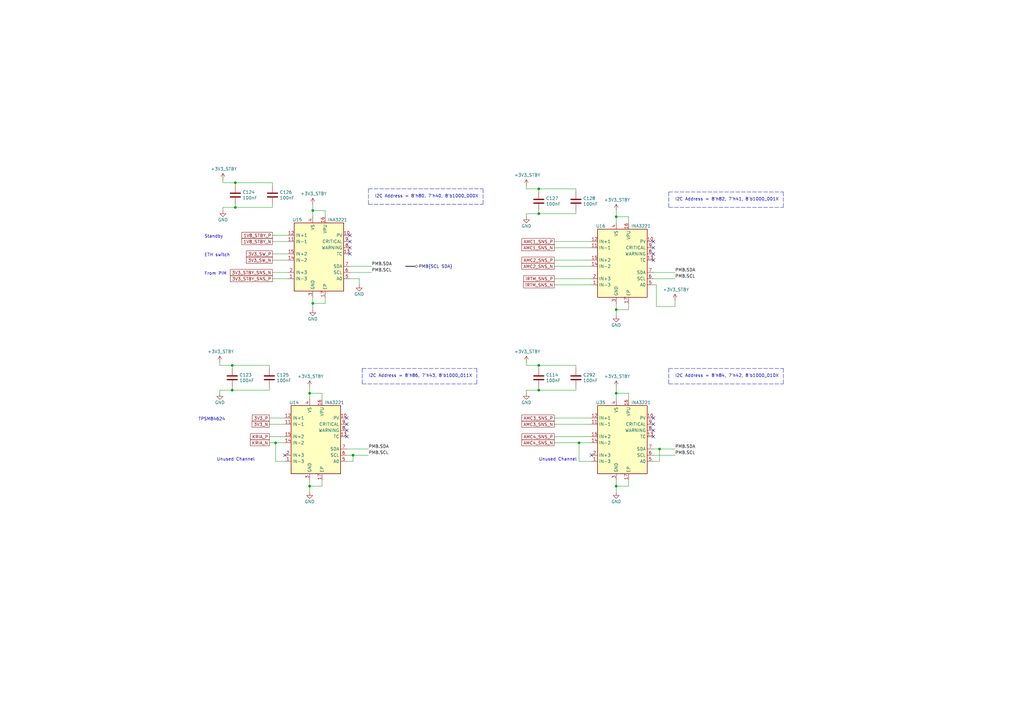
<source format=kicad_sch>
(kicad_sch (version 20211123) (generator eeschema)
  (paper "A3")
  (title_block (title "ATCA Template") (date "2023-01-05") (rev "1.0") (company "Karlsruhe Institute of Technology (KIT)") (comment 1 "Carsten Schmerbeck") (comment 2 "Luis Ardila") (comment 4 "Licensed under CERN-OHL-P v2"))
  (lib_symbols
    (symbol "Device:C" (pin_numbers hide) (pin_names (offset 0.254))
      (property "Reference" "C" (at 0.635 2.54 0))
      (property "Value" "C" (at 0.635 -2.54 0))
      (symbol "C_0_1"
        (polyline (pts (xy -2.032 -0.762) (xy 2.032 -0.762)) (stroke (width 0.508)))
        (polyline (pts (xy -2.032 0.762) (xy 2.032 0.762)) (stroke (width 0.508)))
      )
      (symbol "C_1_1"
        (pin passive line (at 0 3.81 270) (length 2.794) (name "~") (number "1"))
        (pin passive line (at 0 -3.81 90) (length 2.794) (name "~") (number "2"))
      )
    )
    (symbol "KIT_Power:+3V3_STBY" (power) (pin_names (offset 0))
      (property "Value" "+3V3_STBY" (at 0 3.556 0))
      (symbol "+3V3_STBY_0_1"
        (polyline (pts (xy -0.762 1.27) (xy 0 2.54)))
        (polyline (pts (xy 0 0) (xy 0 2.54)))
        (polyline (pts (xy 0 2.54) (xy 0.762 1.27)))
      )
      (symbol "+3V3_STBY_1_1"
        (pin power_in line (at 0 0 90) (length 0) hide (name "+3V3_STBY") (number "1"))
      )
    )
    (symbol "Power_Management:INA3221"
      (property "Reference" "U" (at -10.16 17.78 0))
      (property "Value" "INA3221" (at 5.08 17.78 0))
      (symbol "INA3221_0_1"
        (rectangle (start 10.16 -12.7) (end -10.16 15.24) (stroke (width 0.254)) (fill (type background)))
      )
      (symbol "INA3221_1_1"
        (pin input line (at -12.7 -7.62 0) (length 2.54) (name "IN-3") (number "1"))
        (pin open_collector line (at 12.7 10.16 180) (length 2.54) (name "PV") (number "10"))
        (pin input line (at -12.7 7.62 0) (length 2.54) (name "IN-1") (number "11"))
        (pin input line (at -12.7 10.16 0) (length 2.54) (name "IN+1") (number "12"))
        (pin open_collector line (at 12.7 2.54 180) (length 2.54) (name "TC") (number "13"))
        (pin input line (at -12.7 0 0) (length 2.54) (name "IN-2") (number "14"))
        (pin input line (at -12.7 2.54 0) (length 2.54) (name "IN+2") (number "15"))
        (pin power_in line (at 2.54 17.78 270) (length 2.54) (name "VPU") (number "16"))
        (pin passive line (at 2.54 -15.24 90) (length 2.54) (name "EP") (number "17"))
        (pin input line (at -12.7 -5.08 0) (length 2.54) (name "IN+3") (number "2"))
        (pin power_in line (at -2.54 -15.24 90) (length 2.54) (name "GND") (number "3"))
        (pin power_in line (at -2.54 17.78 270) (length 2.54) (name "VS") (number "4"))
        (pin input line (at 12.7 -7.62 180) (length 2.54) (name "A0") (number "5"))
        (pin input line (at 12.7 -5.08 180) (length 2.54) (name "SCL") (number "6"))
        (pin bidirectional line (at 12.7 -2.54 180) (length 2.54) (name "SDA") (number "7"))
        (pin open_collector line (at 12.7 5.08 180) (length 2.54) (name "WARNING") (number "8"))
        (pin open_collector line (at 12.7 7.62 180) (length 2.54) (name "CRITICAL") (number "9"))
      )
    )
    (symbol "power:GND" (power) (pin_names (offset 0))
      (property "Value" "GND" (at 0 -3.81 0))
      (symbol "GND_0_1"
        (polyline (pts (xy 0 0) (xy 0 -1.27) (xy 1.27 -1.27) (xy 0 -2.54) (xy -1.27 -1.27) (xy 0 -1.27)))
      )
      (symbol "GND_1_1"
        (pin power_in line (at 0 0 270) (length 0) hide (name "GND") (number "1"))
      )
    )
  )
  (junction (at 252.73 199.39))
  (junction (at 220.98 87.63))
  (junction (at 237.49 181.61))
  (junction (at 220.98 160.02))
  (junction (at 252.73 127))
  (junction (at 96.52 74.93))
  (junction (at 128.27 86.36))
  (junction (at 220.98 77.47))
  (junction (at 127 199.39))
  (junction (at 95.25 149.86))
  (junction (at 220.98 149.86))
  (junction (at 113.03 181.61))
  (junction (at 127 161.29))
  (junction (at 144.78 186.69))
  (junction (at 96.52 85.09))
  (junction (at 252.73 88.9))
  (junction (at 270.51 184.15))
  (junction (at 252.73 161.29))
  (junction (at 95.25 160.02))
  (junction (at 128.27 124.46))
  (no_connect (at 267.97 101.6))
  (no_connect (at 267.97 106.68))
  (no_connect (at 143.51 104.14))
  (no_connect (at 143.51 101.6))
  (no_connect (at 142.24 179.07))
  (no_connect (at 116.84 186.69))
  (no_connect (at 267.97 179.07))
  (no_connect (at 142.24 171.45))
  (no_connect (at 267.97 173.99))
  (no_connect (at 267.97 104.14))
  (no_connect (at 267.97 176.53))
  (no_connect (at 267.97 171.45))
  (no_connect (at 142.24 173.99))
  (no_connect (at 142.24 176.53))
  (no_connect (at 267.97 99.06))
  (no_connect (at 143.51 96.52))
  (no_connect (at 143.51 99.06))
  (no_connect (at 242.57 186.69))
  (polyline (pts (xy 195.58 151.13) (xy 195.58 157.48)))
  (wire (pts (xy 118.11 111.76) (xy 111.76 111.76)))
  (wire (pts (xy 267.97 114.3) (xy 276.86 114.3)))
  (wire (pts (xy 215.9 160.02) (xy 220.98 160.02)))
  (wire (pts (xy 276.86 184.15) (xy 270.51 184.15)))
  (wire (pts (xy 227.33 173.99) (xy 242.57 173.99)))
  (wire (pts (xy 220.98 78.74) (xy 220.98 77.47)))
  (wire (pts (xy 111.76 74.93) (xy 111.76 76.2)))
  (wire (pts (xy 96.52 74.93) (xy 111.76 74.93)))
  (wire (pts (xy 96.52 85.09) (xy 111.76 85.09)))
  (wire (pts (xy 227.33 114.3) (xy 242.57 114.3)))
  (wire (pts (xy 252.73 86.36) (xy 252.73 88.9)))
  (wire (pts (xy 113.03 189.23) (xy 113.03 181.61)))
  (wire (pts (xy 236.22 77.47) (xy 236.22 78.74)))
  (wire (pts (xy 132.08 199.39) (xy 132.08 196.85)))
  (wire (pts (xy 227.33 109.22) (xy 242.57 109.22)))
  (wire (pts (xy 91.44 86.36) (xy 91.44 85.09)))
  (wire (pts (xy 116.84 171.45) (xy 110.49 171.45)))
  (wire (pts (xy 227.33 171.45) (xy 242.57 171.45)))
  (polyline (pts (xy 274.32 157.48) (xy 321.31 157.48)))
  (bus (pts (xy 166.37 109.22) (xy 170.18 109.22)))
  (wire (pts (xy 252.73 196.85) (xy 252.73 199.39)))
  (wire (pts (xy 128.27 86.36) (xy 133.35 86.36)))
  (wire (pts (xy 215.9 77.47) (xy 220.98 77.47)))
  (polyline (pts (xy 274.32 151.13) (xy 321.31 151.13)))
  (wire (pts (xy 257.81 88.9) (xy 257.81 91.44)))
  (wire (pts (xy 236.22 149.86) (xy 236.22 151.13)))
  (polyline (pts (xy 274.32 78.74) (xy 321.31 78.74)))
  (wire (pts (xy 252.73 199.39) (xy 257.81 199.39)))
  (wire (pts (xy 90.17 161.29) (xy 90.17 160.02)))
  (wire (pts (xy 220.98 151.13) (xy 220.98 149.86)))
  (wire (pts (xy 227.33 179.07) (xy 242.57 179.07)))
  (polyline (pts (xy 274.32 151.13) (xy 274.32 157.48)))
  (polyline (pts (xy 274.32 85.09) (xy 321.31 85.09)))
  (wire (pts (xy 220.98 160.02) (xy 220.98 158.75)))
  (wire (pts (xy 267.97 189.23) (xy 270.51 189.23)))
  (wire (pts (xy 215.9 149.86) (xy 220.98 149.86)))
  (wire (pts (xy 270.51 184.15) (xy 267.97 184.15)))
  (wire (pts (xy 220.98 87.63) (xy 220.98 86.36)))
  (wire (pts (xy 227.33 99.06) (xy 242.57 99.06)))
  (wire (pts (xy 215.9 149.86) (xy 215.9 148.59)))
  (wire (pts (xy 215.9 161.29) (xy 215.9 160.02)))
  (wire (pts (xy 257.81 161.29) (xy 257.81 163.83)))
  (wire (pts (xy 227.33 101.6) (xy 242.57 101.6)))
  (wire (pts (xy 127 158.75) (xy 127 161.29)))
  (wire (pts (xy 95.25 160.02) (xy 110.49 160.02)))
  (wire (pts (xy 116.84 179.07) (xy 110.49 179.07)))
  (wire (pts (xy 252.73 158.75) (xy 252.73 161.29)))
  (wire (pts (xy 236.22 158.75) (xy 236.22 160.02)))
  (wire (pts (xy 110.49 158.75) (xy 110.49 160.02)))
  (wire (pts (xy 252.73 124.46) (xy 252.73 127)))
  (wire (pts (xy 227.33 116.84) (xy 242.57 116.84)))
  (wire (pts (xy 276.86 111.76) (xy 267.97 111.76)))
  (wire (pts (xy 90.17 149.86) (xy 95.25 149.86)))
  (wire (pts (xy 215.9 88.9) (xy 215.9 87.63)))
  (wire (pts (xy 118.11 96.52) (xy 111.76 96.52)))
  (wire (pts (xy 116.84 181.61) (xy 113.03 181.61)))
  (wire (pts (xy 147.32 114.3) (xy 143.51 114.3)))
  (wire (pts (xy 95.25 151.13) (xy 95.25 149.86)))
  (wire (pts (xy 269.24 116.84) (xy 267.97 116.84)))
  (wire (pts (xy 128.27 86.36) (xy 128.27 88.9)))
  (wire (pts (xy 91.44 74.93) (xy 91.44 73.66)))
  (wire (pts (xy 133.35 86.36) (xy 133.35 88.9)))
  (polyline (pts (xy 151.13 83.82) (xy 198.12 83.82)))
  (wire (pts (xy 270.51 189.23) (xy 270.51 184.15)))
  (wire (pts (xy 128.27 124.46) (xy 128.27 127)))
  (polyline (pts (xy 151.13 77.47) (xy 198.12 77.47)))
  (wire (pts (xy 152.4 109.22) (xy 143.51 109.22)))
  (wire (pts (xy 118.11 106.68) (xy 111.76 106.68)))
  (polyline (pts (xy 148.59 151.13) (xy 148.59 157.48)))
  (wire (pts (xy 220.98 77.47) (xy 236.22 77.47)))
  (wire (pts (xy 132.08 161.29) (xy 132.08 163.83)))
  (polyline (pts (xy 274.32 78.74) (xy 274.32 85.09)))
  (wire (pts (xy 276.86 123.19) (xy 276.86 125.73)))
  (wire (pts (xy 220.98 87.63) (xy 236.22 87.63)))
  (wire (pts (xy 144.78 189.23) (xy 144.78 186.69)))
  (wire (pts (xy 252.73 88.9) (xy 257.81 88.9)))
  (wire (pts (xy 257.81 199.39) (xy 257.81 196.85)))
  (wire (pts (xy 118.11 104.14) (xy 111.76 104.14)))
  (wire (pts (xy 236.22 86.36) (xy 236.22 87.63)))
  (wire (pts (xy 252.73 127) (xy 257.81 127)))
  (wire (pts (xy 237.49 181.61) (xy 242.57 181.61)))
  (wire (pts (xy 128.27 124.46) (xy 133.35 124.46)))
  (wire (pts (xy 242.57 189.23) (xy 237.49 189.23)))
  (wire (pts (xy 91.44 85.09) (xy 96.52 85.09)))
  (wire (pts (xy 257.81 127) (xy 257.81 124.46)))
  (wire (pts (xy 111.76 83.82) (xy 111.76 85.09)))
  (wire (pts (xy 127 199.39) (xy 127 201.93)))
  (polyline (pts (xy 148.59 151.13) (xy 195.58 151.13)))
  (wire (pts (xy 215.9 77.47) (xy 215.9 76.2)))
  (wire (pts (xy 127 161.29) (xy 127 163.83)))
  (wire (pts (xy 252.73 161.29) (xy 252.73 163.83)))
  (wire (pts (xy 220.98 149.86) (xy 236.22 149.86)))
  (polyline (pts (xy 321.31 151.13) (xy 321.31 157.48)))
  (wire (pts (xy 215.9 87.63) (xy 220.98 87.63)))
  (polyline (pts (xy 321.31 78.74) (xy 321.31 85.09)))
  (wire (pts (xy 220.98 160.02) (xy 236.22 160.02)))
  (wire (pts (xy 267.97 186.69) (xy 276.86 186.69)))
  (wire (pts (xy 95.25 149.86) (xy 110.49 149.86)))
  (wire (pts (xy 127 161.29) (xy 132.08 161.29)))
  (wire (pts (xy 118.11 99.06) (xy 111.76 99.06)))
  (wire (pts (xy 133.35 124.46) (xy 133.35 121.92)))
  (wire (pts (xy 142.24 189.23) (xy 144.78 189.23)))
  (wire (pts (xy 127 199.39) (xy 132.08 199.39)))
  (wire (pts (xy 151.13 184.15) (xy 142.24 184.15)))
  (wire (pts (xy 142.24 186.69) (xy 144.78 186.69)))
  (wire (pts (xy 96.52 76.2) (xy 96.52 74.93)))
  (wire (pts (xy 252.73 199.39) (xy 252.73 201.93)))
  (wire (pts (xy 118.11 114.3) (xy 111.76 114.3)))
  (polyline (pts (xy 148.59 157.48) (xy 195.58 157.48)))
  (wire (pts (xy 116.84 173.99) (xy 110.49 173.99)))
  (wire (pts (xy 128.27 121.92) (xy 128.27 124.46)))
  (wire (pts (xy 227.33 181.61) (xy 237.49 181.61)))
  (wire (pts (xy 143.51 111.76) (xy 152.4 111.76)))
  (wire (pts (xy 237.49 189.23) (xy 237.49 181.61)))
  (wire (pts (xy 227.33 106.68) (xy 242.57 106.68)))
  (wire (pts (xy 147.32 116.84) (xy 147.32 114.3)))
  (wire (pts (xy 252.73 127) (xy 252.73 129.54)))
  (wire (pts (xy 95.25 160.02) (xy 95.25 158.75)))
  (wire (pts (xy 91.44 74.93) (xy 96.52 74.93)))
  (wire (pts (xy 116.84 189.23) (xy 113.03 189.23)))
  (wire (pts (xy 96.52 85.09) (xy 96.52 83.82)))
  (wire (pts (xy 276.86 125.73) (xy 269.24 125.73)))
  (wire (pts (xy 128.27 83.82) (xy 128.27 86.36)))
  (wire (pts (xy 90.17 160.02) (xy 95.25 160.02)))
  (wire (pts (xy 252.73 161.29) (xy 257.81 161.29)))
  (wire (pts (xy 110.49 149.86) (xy 110.49 151.13)))
  (wire (pts (xy 144.78 186.69) (xy 151.13 186.69)))
  (polyline (pts (xy 198.12 77.47) (xy 198.12 83.82)))
  (wire (pts (xy 127 196.85) (xy 127 199.39)))
  (wire (pts (xy 269.24 125.73) (xy 269.24 116.84)))
  (polyline (pts (xy 151.13 77.47) (xy 151.13 83.82)))
  (wire (pts (xy 252.73 88.9) (xy 252.73 91.44)))
  (wire (pts (xy 113.03 181.61) (xy 110.49 181.61)))
  (wire (pts (xy 90.17 149.86) (xy 90.17 148.59)))
  (text "I2C Address = 8'h82, 7'h41, 8'b1000_001X" (at 276.86 82.55 0) (effects (font (size 1.27 1.27)) (justify left bottom)))
  (text "I2C Address = 8'h84, 7'h42, 8'b1000_010X" (at 276.86 154.94 0) (effects (font (size 1.27 1.27)) (justify left bottom)))
  (text "Standby" (at 83.82 97.79 0) (effects (font (size 1.27 1.27)) (justify left bottom)))
  (text "I2C Address = 8'h86, 7'h43, 8'b1000_011X" (at 151.13 154.94 0) (effects (font (size 1.27 1.27)) (justify left bottom)))
  (text "From PIM" (at 83.82 113.03 0) (effects (font (size 1.27 1.27)) (justify left bottom)))
  (text "TPSM84624" (at 81.28 172.72 0) (effects (font (size 1.27 1.27)) (justify left bottom)))
  (text "Unused Channel" (at 88.9 189.23 0) (effects (font (size 1.27 1.27)) (justify left bottom)))
  (text "I2C Address = 8'h80, 7'h40, 8'b1000_000X" (at 153.67 81.28 0) (effects (font (size 1.27 1.27)) (justify left bottom)))
  (text "Unused Channel" (at 220.98 189.23 0) (effects (font (size 1.27 1.27)) (justify left bottom)))
  (text "ETH switch" (at 83.82 105.41 0) (effects (font (size 1.27 1.27)) (justify left bottom)))
  (label "PMB.SCL" (at 152.4 111.76 0))
  (label "PMB.SDA" (at 152.4 109.22 0))
  (label "PMB.SCL" (at 276.86 114.3 0))
  (label "PMB.SDA" (at 151.13 184.15 0))
  (label "PMB.SCL" (at 276.86 186.69 0))
  (label "PMB.SDA" (at 276.86 111.76 0))
  (label "PMB.SDA" (at 276.86 184.15 0))
  (label "PMB.SCL" (at 151.13 186.69 0))
  (global_label "iRTM_SNS_N" (shape passive) (at 227.33 116.84 180) (property "Intersheet References" "${INTERSHEET_REFS}" (effects hide)))
  (global_label "AMC1_SNS_P" (shape passive) (at 227.33 99.06 180) (property "Intersheet References" "${INTERSHEET_REFS}" (effects hide)))
  (global_label "KRIA_P" (shape passive) (at 110.49 179.07 180) (property "Intersheet References" "${INTERSHEET_REFS}" (effects hide)))
  (global_label "AMC4_SNS_P" (shape passive) (at 227.33 179.07 180) (property "Intersheet References" "${INTERSHEET_REFS}" (effects hide)))
  (global_label "AMC4_SNS_N" (shape passive) (at 227.33 181.61 180) (property "Intersheet References" "${INTERSHEET_REFS}" (effects hide)))
  (global_label "AMC3_SNS_P" (shape passive) (at 227.33 171.45 180) (property "Intersheet References" "${INTERSHEET_REFS}" (effects hide)))
  (global_label "3V3_SW_P" (shape passive) (at 111.76 104.14 180) (property "Intersheet References" "${INTERSHEET_REFS}" (effects hide)))
  (global_label "3V3_SW_N" (shape passive) (at 111.76 106.68 180) (property "Intersheet References" "${INTERSHEET_REFS}" (effects hide)))
  (global_label "AMC1_SNS_N" (shape passive) (at 227.33 101.6 180) (property "Intersheet References" "${INTERSHEET_REFS}" (effects hide)))
  (global_label "iRTM_SNS_P" (shape passive) (at 227.33 114.3 180) (property "Intersheet References" "${INTERSHEET_REFS}" (effects hide)))
  (global_label "AMC3_SNS_N" (shape passive) (at 227.33 173.99 180) (property "Intersheet References" "${INTERSHEET_REFS}" (effects hide)))
  (global_label "3V3_P" (shape passive) (at 110.49 171.45 180) (property "Intersheet References" "${INTERSHEET_REFS}" (effects hide)))
  (global_label "1V8_STBY_N" (shape passive) (at 111.76 99.06 180) (property "Intersheet References" "${INTERSHEET_REFS}" (effects hide)))
  (global_label "AMC2_SNS_P" (shape passive) (at 227.33 106.68 180) (property "Intersheet References" "${INTERSHEET_REFS}" (effects hide)))
  (global_label "3V3_STBY_SNS_P" (shape passive) (at 111.76 114.3 180) (property "Intersheet References" "${INTERSHEET_REFS}" (effects hide)))
  (global_label "3V3_STBY_SNS_N" (shape passive) (at 111.76 111.76 180) (property "Intersheet References" "${INTERSHEET_REFS}" (effects hide)))
  (global_label "AMC2_SNS_N" (shape passive) (at 227.33 109.22 180) (property "Intersheet References" "${INTERSHEET_REFS}" (effects hide)))
  (global_label "3V3_N" (shape passive) (at 110.49 173.99 180) (property "Intersheet References" "${INTERSHEET_REFS}" (effects hide)))
  (global_label "KRIA_N" (shape passive) (at 110.49 181.61 180) (property "Intersheet References" "${INTERSHEET_REFS}" (effects hide)))
  (global_label "1V8_STBY_P" (shape passive) (at 111.76 96.52 180) (property "Intersheet References" "${INTERSHEET_REFS}" (effects hide)))
  (hierarchical_label "PMB{SCL SDA}" (shape bidirectional) (at 170.18 109.22 0))
  (symbol (lib_id "power:GND") (at 128.27 127 0) (unit 1)
    (property "Reference" "#PWR0251" (effects hide))
    (property "Value" "GND" (at 128.27 130.81 0))
  )
  (symbol (lib_id "Device:C") (at 111.76 80.01 0) (mirror y) (unit 1)
    (property "Reference" "C126" (at 114.681 78.8416 0) (effects (justify right)))
    (property "Value" "100nF" (at 114.681 81.153 0) (effects (justify right)))
    (property "Footprint" "Capacitor_SMD:C_0402_1005Metric" (effects hide))
    (property "voltage" "16 V" (effects hide))
    (property "stock" "AVT-IPE" (effects hide))
  )
  (symbol (lib_id "power:GND") (at 127 201.93 0) (unit 1)
    (property "Reference" "#PWR0249" (effects hide))
    (property "Value" "GND" (at 127 205.74 0))
  )
  (symbol (lib_id "Device:C") (at 110.49 154.94 0) (mirror y) (unit 1)
    (property "Reference" "C125" (at 113.411 153.7716 0) (effects (justify right)))
    (property "Value" "100nF" (at 113.411 156.083 0) (effects (justify right)))
    (property "Footprint" "Capacitor_SMD:C_0402_1005Metric" (effects hide))
    (property "voltage" "16 V" (effects hide))
    (property "stock" "AVT-IPE" (effects hide))
  )
  (symbol (lib_id "KIT_Power:+3V3_STBY") (at 90.17 148.59 0) (unit 1)
    (property "Reference" "#PWR0244" (effects hide))
    (property "Value" "+3V3_STBY" (at 90.551 144.1958 0))
  )
  (symbol (lib_id "power:GND") (at 90.17 161.29 0) (unit 1)
    (property "Reference" "#PWR0245" (effects hide))
    (property "Value" "GND" (at 90.17 165.1 0))
  )
  (symbol (lib_id "Power_Management:INA3221") (at 255.27 109.22 0) (unit 1)
    (property "Reference" "U16" (at 246.38 92.71 0))
    (property "Value" "INA3221" (at 262.89 92.71 0))
    (property "Footprint" "Package_DFN_QFN:Texas_RGV_S-PVQFN-N16_EP2.1x2.1mm" (effects hide))
    (property "Datasheet" "http://www.ti.com/lit/ds/symlink/ina3221.pdf" (effects hide))
    (property "rs#" "817-6619" (effects hide))
    (property "digikey#" "296-INA3221AIRGVRCT-ND" (effects hide))
    (property "manf" "Texas Instruments" (effects hide))
    (property "manf#" "INA3221AIRGVR" (effects hide))
  )
  (symbol (lib_id "KIT_Power:+3V3_STBY") (at 252.73 86.36 0) (unit 1)
    (property "Reference" "#PWR0255" (effects hide))
    (property "Value" "+3V3_STBY" (at 253.111 81.9658 0))
  )
  (symbol (lib_id "power:GND") (at 252.73 129.54 0) (unit 1)
    (property "Reference" "#PWR0256" (effects hide))
    (property "Value" "GND" (at 252.73 133.35 0))
  )
  (symbol (lib_id "Device:C") (at 236.22 82.55 0) (mirror y) (unit 1)
    (property "Reference" "C128" (at 239.141 81.3816 0) (effects (justify right)))
    (property "Value" "100nF" (at 239.141 83.693 0) (effects (justify right)))
    (property "Footprint" "Capacitor_SMD:C_0402_1005Metric" (effects hide))
    (property "voltage" "16 V" (effects hide))
    (property "stock" "AVT-IPE" (effects hide))
  )
  (symbol (lib_id "power:GND") (at 215.9 88.9 0) (unit 1)
    (property "Reference" "#PWR0254" (effects hide))
    (property "Value" "GND" (at 215.9 92.71 0))
  )
  (symbol (lib_id "power:GND") (at 147.32 116.84 0) (unit 1)
    (property "Reference" "#PWR0252" (effects hide))
    (property "Value" "GND" (at 147.32 120.65 0))
  )
  (symbol (lib_id "KIT_Power:+3V3_STBY") (at 128.27 83.82 0) (unit 1)
    (property "Reference" "#PWR0250" (effects hide))
    (property "Value" "+3V3_STBY" (at 128.651 79.4258 0))
  )
  (symbol (lib_id "Device:C") (at 96.52 80.01 0) (mirror y) (unit 1)
    (property "Reference" "C124" (at 99.441 78.8416 0) (effects (justify right)))
    (property "Value" "100nF" (at 99.441 81.153 0) (effects (justify right)))
    (property "Footprint" "Capacitor_SMD:C_0402_1005Metric" (effects hide))
    (property "voltage" "16 V" (effects hide))
    (property "stock" "AVT-IPE" (effects hide))
  )
  (symbol (lib_id "KIT_Power:+3V3_STBY") (at 91.44 73.66 0) (unit 1)
    (property "Reference" "#PWR0246" (effects hide))
    (property "Value" "+3V3_STBY" (at 91.821 69.2658 0))
  )
  (symbol (lib_id "power:GND") (at 91.44 86.36 0) (unit 1)
    (property "Reference" "#PWR0247" (effects hide))
    (property "Value" "GND" (at 91.44 90.17 0))
  )
  (symbol (lib_id "Power_Management:INA3221") (at 129.54 181.61 0) (unit 1)
    (property "Reference" "U14" (at 120.65 165.1 0))
    (property "Value" "INA3221" (at 137.16 165.1 0))
    (property "Footprint" "Package_DFN_QFN:Texas_RGV_S-PVQFN-N16_EP2.1x2.1mm" (effects hide))
    (property "Datasheet" "http://www.ti.com/lit/ds/symlink/ina3221.pdf" (effects hide))
    (property "rs#" "817-6619" (effects hide))
    (property "digikey#" "296-INA3221AIRGVRCT-ND" (effects hide))
    (property "manf" "Texas Instruments" (effects hide))
    (property "manf#" "INA3221AIRGVR" (effects hide))
  )
  (symbol (lib_id "KIT_Power:+3V3_STBY") (at 127 158.75 0) (unit 1)
    (property "Reference" "#PWR0248" (effects hide))
    (property "Value" "+3V3_STBY" (at 127.381 154.3558 0))
  )
  (symbol (lib_id "Device:C") (at 95.25 154.94 0) (mirror y) (unit 1)
    (property "Reference" "C123" (at 98.171 153.7716 0) (effects (justify right)))
    (property "Value" "100nF" (at 98.171 156.083 0) (effects (justify right)))
    (property "Footprint" "Capacitor_SMD:C_0402_1005Metric" (effects hide))
    (property "voltage" "16 V" (effects hide))
    (property "stock" "AVT-IPE" (effects hide))
  )
  (symbol (lib_id "Device:C") (at 220.98 82.55 0) (mirror y) (unit 1)
    (property "Reference" "C127" (at 223.901 81.3816 0) (effects (justify right)))
    (property "Value" "100nF" (at 223.901 83.693 0) (effects (justify right)))
    (property "Footprint" "Capacitor_SMD:C_0402_1005Metric" (effects hide))
    (property "voltage" "16 V" (effects hide))
    (property "stock" "AVT-IPE" (effects hide))
  )
  (symbol (lib_id "KIT_Power:+3V3_STBY") (at 215.9 76.2 0) (unit 1)
    (property "Reference" "#PWR0253" (effects hide))
    (property "Value" "+3V3_STBY" (at 216.281 71.8058 0))
  )
  (symbol (lib_id "Power_Management:INA3221") (at 130.81 106.68 0) (unit 1)
    (property "Reference" "U15" (at 121.92 90.17 0))
    (property "Value" "INA3221" (at 138.43 90.17 0))
    (property "Footprint" "Package_DFN_QFN:Texas_RGV_S-PVQFN-N16_EP2.1x2.1mm" (effects hide))
    (property "Datasheet" "http://www.ti.com/lit/ds/symlink/ina3221.pdf" (effects hide))
    (property "rs#" "817-6619" (effects hide))
    (property "digikey#" "296-INA3221AIRGVRCT-ND" (effects hide))
    (property "manf" "Texas Instruments" (effects hide))
    (property "manf#" "INA3221AIRGVR" (effects hide))
  )
  (symbol (lib_id "KIT_Power:+3V3_STBY") (at 276.86 123.19 0) (unit 1)
    (property "Reference" "#PWR0257" (effects hide))
    (property "Value" "+3V3_STBY" (at 277.241 118.7958 0))
  )
  (symbol (lib_id "KIT_Power:+3V3_STBY") (at 252.73 158.75 0) (unit 1)
    (property "Reference" "#PWR0781" (effects hide))
    (property "Value" "+3V3_STBY" (at 253.111 154.3558 0))
  )
  (symbol (lib_id "KIT_Power:+3V3_STBY") (at 215.9 148.59 0) (unit 1)
    (property "Reference" "#PWR0782" (effects hide))
    (property "Value" "+3V3_STBY" (at 216.281 144.1958 0))
  )
  (symbol (lib_id "Power_Management:INA3221") (at 255.27 181.61 0) (unit 1)
    (property "Reference" "U35" (at 246.38 165.1 0))
    (property "Value" "INA3221" (at 262.89 165.1 0))
    (property "Footprint" "Package_DFN_QFN:Texas_RGV_S-PVQFN-N16_EP2.1x2.1mm" (effects hide))
    (property "Datasheet" "http://www.ti.com/lit/ds/symlink/ina3221.pdf" (effects hide))
    (property "rs#" "817-6619" (effects hide))
    (property "digikey#" "296-INA3221AIRGVRCT-ND" (effects hide))
    (property "manf" "Texas Instruments" (effects hide))
    (property "manf#" "INA3221AIRGVR" (effects hide))
  )
  (symbol (lib_id "Device:C") (at 220.98 154.94 0) (mirror y) (unit 1)
    (property "Reference" "C114" (at 223.901 153.7716 0) (effects (justify right)))
    (property "Value" "100nF" (at 223.901 156.083 0) (effects (justify right)))
    (property "Footprint" "Capacitor_SMD:C_0402_1005Metric" (effects hide))
    (property "voltage" "16 V" (effects hide))
    (property "stock" "AVT-IPE" (effects hide))
  )
  (symbol (lib_id "power:GND") (at 215.9 161.29 0) (unit 1)
    (property "Reference" "#PWR0703" (effects hide))
    (property "Value" "GND" (at 215.9 165.1 0))
  )
  (symbol (lib_id "power:GND") (at 252.73 201.93 0) (unit 1)
    (property "Reference" "#PWR0783" (effects hide))
    (property "Value" "GND" (at 252.73 205.74 0))
  )
  (symbol (lib_id "Device:C") (at 236.22 154.94 0) (mirror y) (unit 1)
    (property "Reference" "C292" (at 239.141 153.7716 0) (effects (justify right)))
    (property "Value" "100nF" (at 239.141 156.083 0) (effects (justify right)))
    (property "Footprint" "Capacitor_SMD:C_0402_1005Metric" (effects hide))
    (property "voltage" "16 V" (effects hide))
    (property "stock" "AVT-IPE" (effects hide))
  )
)
</source>
